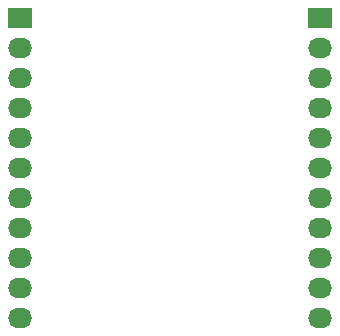
<source format=gbr>
G04 #@! TF.FileFunction,Copper,L2,Bot,Signal*
%FSLAX46Y46*%
G04 Gerber Fmt 4.6, Leading zero omitted, Abs format (unit mm)*
G04 Created by KiCad (PCBNEW 4.0.4-stable) date Mon Dec  5 14:52:49 2016*
%MOMM*%
%LPD*%
G01*
G04 APERTURE LIST*
%ADD10C,0.100000*%
%ADD11R,2.032000X1.727200*%
%ADD12O,2.032000X1.727200*%
G04 APERTURE END LIST*
D10*
D11*
X137160000Y-104140000D03*
D12*
X137160000Y-106680000D03*
X137160000Y-109220000D03*
X137160000Y-111760000D03*
X137160000Y-114300000D03*
X137160000Y-116840000D03*
X137160000Y-119380000D03*
X137160000Y-121920000D03*
X137160000Y-124460000D03*
X137160000Y-127000000D03*
X137160000Y-129540000D03*
D11*
X162560000Y-104140000D03*
D12*
X162560000Y-106680000D03*
X162560000Y-109220000D03*
X162560000Y-111760000D03*
X162560000Y-114300000D03*
X162560000Y-116840000D03*
X162560000Y-119380000D03*
X162560000Y-121920000D03*
X162560000Y-124460000D03*
X162560000Y-127000000D03*
X162560000Y-129540000D03*
M02*

</source>
